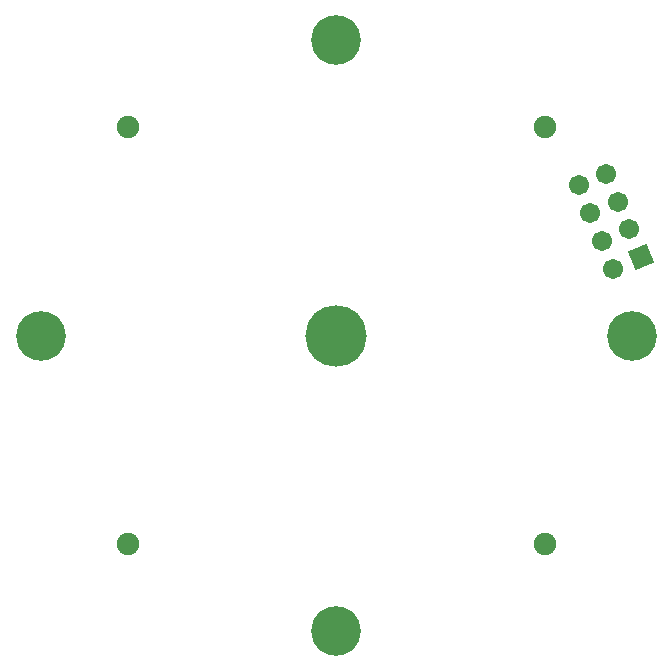
<source format=gbs>
%FSTAX23Y23*%
%MOIN*%
%SFA1B1*%

%IPPOS*%
%AMD28*
4,1,4,-0.018100,-0.043800,0.043800,-0.018100,0.018100,0.043800,-0.043800,0.018100,-0.018100,-0.043800,0.0*
%
%ADD27C,0.074930*%
G04~CAMADD=28~10~0.0~670.5~0.0~0.0~0.0~0.0~0~0.0~0.0~0.0~0.0~0~0.0~0.0~0.0~0.0~0~0.0~0.0~0.0~202.5~670.5~0.0*
%ADD28D28*%
%ADD29C,0.067060*%
%ADD30C,0.165480*%
%ADD31C,0.204850*%
%LNfront_end-1*%
%LPD*%
G54D27*
X03185Y0387D03*
X04576Y02479D03*
X03185D03*
X04576Y0387D03*
G54D28*
X04896Y03437D03*
G54D29*
X04803Y03398D03*
X04857Y03529D03*
X04765Y03491D03*
X04819Y03621D03*
X04727Y03583D03*
X04781Y03714D03*
X04689Y03676D03*
G54D30*
X02896Y03175D03*
X0388Y04159D03*
X04865Y03175D03*
X0388Y0219D03*
G54D31*
X0388Y03175D03*
M02*
</source>
